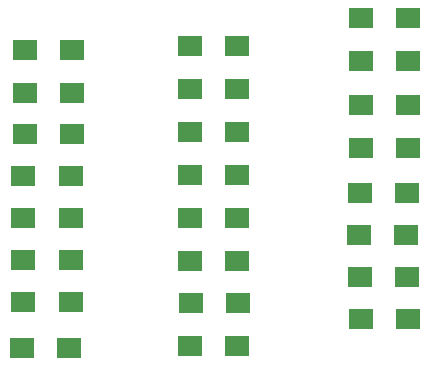
<source format=gbr>
G04 #@! TF.GenerationSoftware,KiCad,Pcbnew,5.0.1-33cea8e~68~ubuntu18.04.1*
G04 #@! TF.CreationDate,2018-11-24T14:12:02-07:00*
G04 #@! TF.ProjectId,adc,6164632E6B696361645F706362000000,rev?*
G04 #@! TF.SameCoordinates,Original*
G04 #@! TF.FileFunction,Paste,Bot*
G04 #@! TF.FilePolarity,Positive*
%FSLAX46Y46*%
G04 Gerber Fmt 4.6, Leading zero omitted, Abs format (unit mm)*
G04 Created by KiCad (PCBNEW 5.0.1-33cea8e~68~ubuntu18.04.1) date Sat 24 Nov 2018 02:12:02 PM MST*
%MOMM*%
%LPD*%
G01*
G04 APERTURE LIST*
%ADD10R,2.000000X1.700000*%
G04 APERTURE END LIST*
D10*
G04 #@! TO.C,R4*
X87963083Y-73152000D03*
X91963083Y-73152000D03*
G04 #@! TD*
G04 #@! TO.C,R6*
X87963083Y-76817683D03*
X91963083Y-76817683D03*
G04 #@! TD*
G04 #@! TO.C,R7*
X91963083Y-80500683D03*
X87963083Y-80500683D03*
G04 #@! TD*
G04 #@! TO.C,R8*
X87963083Y-84183683D03*
X91963083Y-84183683D03*
G04 #@! TD*
G04 #@! TO.C,R9*
X91836083Y-87993681D03*
X87836083Y-87993681D03*
G04 #@! TD*
G04 #@! TO.C,R10*
X91772083Y-91549682D03*
X87772083Y-91549682D03*
G04 #@! TD*
G04 #@! TO.C,R11*
X87836082Y-95105681D03*
X91836082Y-95105681D03*
G04 #@! TD*
G04 #@! TO.C,R12*
X91963083Y-98661682D03*
X87963083Y-98661682D03*
G04 #@! TD*
G04 #@! TO.C,R14*
X63468000Y-75878957D03*
X59468000Y-75878957D03*
G04 #@! TD*
G04 #@! TO.C,R16*
X59468000Y-79502000D03*
X63468000Y-79502000D03*
G04 #@! TD*
G04 #@! TO.C,R17*
X63468000Y-82990957D03*
X59468000Y-82990957D03*
G04 #@! TD*
G04 #@! TO.C,R18*
X59363624Y-86546957D03*
X63363624Y-86546957D03*
G04 #@! TD*
G04 #@! TO.C,R19*
X59363625Y-90102957D03*
X63363625Y-90102957D03*
G04 #@! TD*
G04 #@! TO.C,R21*
X77455263Y-75525618D03*
X73455263Y-75525618D03*
G04 #@! TD*
G04 #@! TO.C,R22*
X59363126Y-93658957D03*
X63363126Y-93658957D03*
G04 #@! TD*
G04 #@! TO.C,R24*
X77455264Y-79154189D03*
X73455264Y-79154189D03*
G04 #@! TD*
G04 #@! TO.C,R25*
X59363624Y-97214957D03*
X63363624Y-97214957D03*
G04 #@! TD*
G04 #@! TO.C,R26*
X77455263Y-82782760D03*
X73455263Y-82782760D03*
G04 #@! TD*
G04 #@! TO.C,R27*
X63246000Y-101092000D03*
X59246000Y-101092000D03*
G04 #@! TD*
G04 #@! TO.C,R28*
X73470000Y-86411331D03*
X77470000Y-86411331D03*
G04 #@! TD*
G04 #@! TO.C,R29*
X77438000Y-90039902D03*
X73438000Y-90039902D03*
G04 #@! TD*
G04 #@! TO.C,R30*
X73455263Y-93668473D03*
X77455263Y-93668473D03*
G04 #@! TD*
G04 #@! TO.C,R31*
X77519264Y-97297044D03*
X73519264Y-97297044D03*
G04 #@! TD*
G04 #@! TO.C,R32*
X73470000Y-100925618D03*
X77470000Y-100925618D03*
G04 #@! TD*
M02*

</source>
